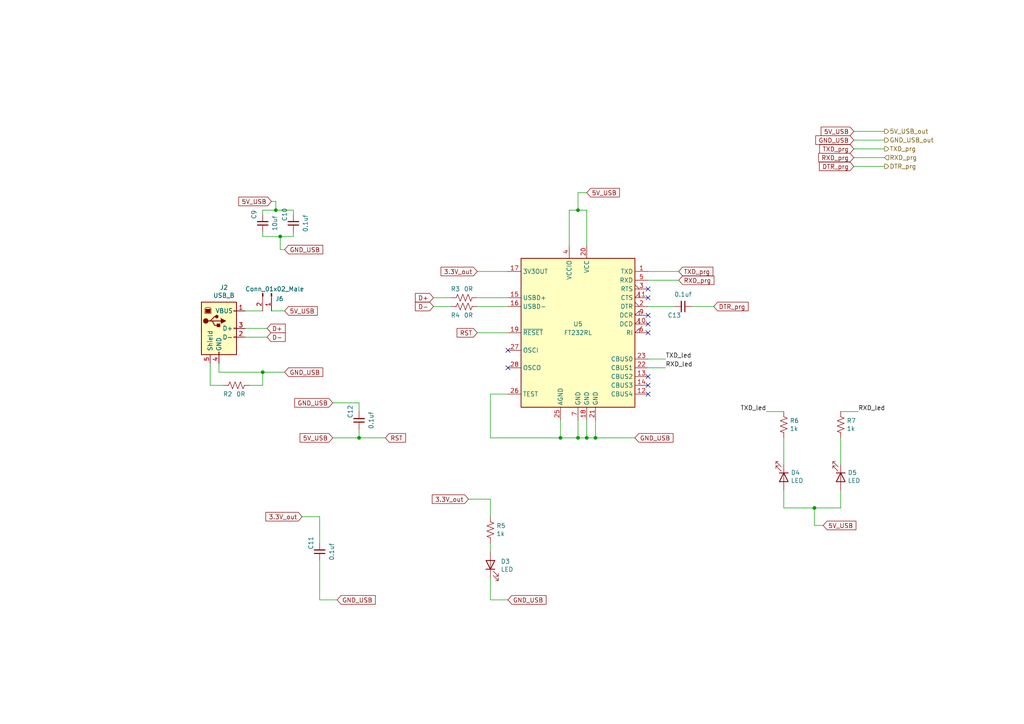
<source format=kicad_sch>
(kicad_sch (version 20211123) (generator eeschema)

  (uuid 083becc8-e25d-4206-9636-55457650bbe3)

  (paper "A4")

  (lib_symbols
    (symbol "Connector:Conn_01x02_Male" (pin_names (offset 1.016) hide) (in_bom yes) (on_board yes)
      (property "Reference" "J" (id 0) (at 0 2.54 0)
        (effects (font (size 1.27 1.27)))
      )
      (property "Value" "Conn_01x02_Male" (id 1) (at 0 -5.08 0)
        (effects (font (size 1.27 1.27)))
      )
      (property "Footprint" "" (id 2) (at 0 0 0)
        (effects (font (size 1.27 1.27)) hide)
      )
      (property "Datasheet" "~" (id 3) (at 0 0 0)
        (effects (font (size 1.27 1.27)) hide)
      )
      (property "ki_keywords" "connector" (id 4) (at 0 0 0)
        (effects (font (size 1.27 1.27)) hide)
      )
      (property "ki_description" "Generic connector, single row, 01x02, script generated (kicad-library-utils/schlib/autogen/connector/)" (id 5) (at 0 0 0)
        (effects (font (size 1.27 1.27)) hide)
      )
      (property "ki_fp_filters" "Connector*:*_1x??_*" (id 6) (at 0 0 0)
        (effects (font (size 1.27 1.27)) hide)
      )
      (symbol "Conn_01x02_Male_1_1"
        (polyline
          (pts
            (xy 1.27 -2.54)
            (xy 0.8636 -2.54)
          )
          (stroke (width 0.1524) (type default) (color 0 0 0 0))
          (fill (type none))
        )
        (polyline
          (pts
            (xy 1.27 0)
            (xy 0.8636 0)
          )
          (stroke (width 0.1524) (type default) (color 0 0 0 0))
          (fill (type none))
        )
        (rectangle (start 0.8636 -2.413) (end 0 -2.667)
          (stroke (width 0.1524) (type default) (color 0 0 0 0))
          (fill (type outline))
        )
        (rectangle (start 0.8636 0.127) (end 0 -0.127)
          (stroke (width 0.1524) (type default) (color 0 0 0 0))
          (fill (type outline))
        )
        (pin passive line (at 5.08 0 180) (length 3.81)
          (name "Pin_1" (effects (font (size 1.27 1.27))))
          (number "1" (effects (font (size 1.27 1.27))))
        )
        (pin passive line (at 5.08 -2.54 180) (length 3.81)
          (name "Pin_2" (effects (font (size 1.27 1.27))))
          (number "2" (effects (font (size 1.27 1.27))))
        )
      )
    )
    (symbol "Connector:USB_B" (pin_names (offset 1.016)) (in_bom yes) (on_board yes)
      (property "Reference" "J" (id 0) (at -5.08 11.43 0)
        (effects (font (size 1.27 1.27)) (justify left))
      )
      (property "Value" "USB_B" (id 1) (at -5.08 8.89 0)
        (effects (font (size 1.27 1.27)) (justify left))
      )
      (property "Footprint" "" (id 2) (at 3.81 -1.27 0)
        (effects (font (size 1.27 1.27)) hide)
      )
      (property "Datasheet" " ~" (id 3) (at 3.81 -1.27 0)
        (effects (font (size 1.27 1.27)) hide)
      )
      (property "ki_keywords" "connector USB" (id 4) (at 0 0 0)
        (effects (font (size 1.27 1.27)) hide)
      )
      (property "ki_description" "USB Type B connector" (id 5) (at 0 0 0)
        (effects (font (size 1.27 1.27)) hide)
      )
      (property "ki_fp_filters" "USB*" (id 6) (at 0 0 0)
        (effects (font (size 1.27 1.27)) hide)
      )
      (symbol "USB_B_0_1"
        (rectangle (start -5.08 -7.62) (end 5.08 7.62)
          (stroke (width 0.254) (type default) (color 0 0 0 0))
          (fill (type background))
        )
        (circle (center -3.81 2.159) (radius 0.635)
          (stroke (width 0.254) (type default) (color 0 0 0 0))
          (fill (type outline))
        )
        (rectangle (start -3.81 5.588) (end -2.54 4.572)
          (stroke (width 0) (type default) (color 0 0 0 0))
          (fill (type outline))
        )
        (circle (center -0.635 3.429) (radius 0.381)
          (stroke (width 0.254) (type default) (color 0 0 0 0))
          (fill (type outline))
        )
        (rectangle (start -0.127 -7.62) (end 0.127 -6.858)
          (stroke (width 0) (type default) (color 0 0 0 0))
          (fill (type none))
        )
        (polyline
          (pts
            (xy -1.905 2.159)
            (xy 0.635 2.159)
          )
          (stroke (width 0.254) (type default) (color 0 0 0 0))
          (fill (type none))
        )
        (polyline
          (pts
            (xy -3.175 2.159)
            (xy -2.54 2.159)
            (xy -1.27 3.429)
            (xy -0.635 3.429)
          )
          (stroke (width 0.254) (type default) (color 0 0 0 0))
          (fill (type none))
        )
        (polyline
          (pts
            (xy -2.54 2.159)
            (xy -1.905 2.159)
            (xy -1.27 0.889)
            (xy 0 0.889)
          )
          (stroke (width 0.254) (type default) (color 0 0 0 0))
          (fill (type none))
        )
        (polyline
          (pts
            (xy 0.635 2.794)
            (xy 0.635 1.524)
            (xy 1.905 2.159)
            (xy 0.635 2.794)
          )
          (stroke (width 0.254) (type default) (color 0 0 0 0))
          (fill (type outline))
        )
        (polyline
          (pts
            (xy -4.064 4.318)
            (xy -2.286 4.318)
            (xy -2.286 5.715)
            (xy -2.667 6.096)
            (xy -3.683 6.096)
            (xy -4.064 5.715)
            (xy -4.064 4.318)
          )
          (stroke (width 0) (type default) (color 0 0 0 0))
          (fill (type none))
        )
        (rectangle (start 0.254 1.27) (end -0.508 0.508)
          (stroke (width 0.254) (type default) (color 0 0 0 0))
          (fill (type outline))
        )
        (rectangle (start 5.08 -2.667) (end 4.318 -2.413)
          (stroke (width 0) (type default) (color 0 0 0 0))
          (fill (type none))
        )
        (rectangle (start 5.08 -0.127) (end 4.318 0.127)
          (stroke (width 0) (type default) (color 0 0 0 0))
          (fill (type none))
        )
        (rectangle (start 5.08 4.953) (end 4.318 5.207)
          (stroke (width 0) (type default) (color 0 0 0 0))
          (fill (type none))
        )
      )
      (symbol "USB_B_1_1"
        (pin power_out line (at 7.62 5.08 180) (length 2.54)
          (name "VBUS" (effects (font (size 1.27 1.27))))
          (number "1" (effects (font (size 1.27 1.27))))
        )
        (pin bidirectional line (at 7.62 -2.54 180) (length 2.54)
          (name "D-" (effects (font (size 1.27 1.27))))
          (number "2" (effects (font (size 1.27 1.27))))
        )
        (pin bidirectional line (at 7.62 0 180) (length 2.54)
          (name "D+" (effects (font (size 1.27 1.27))))
          (number "3" (effects (font (size 1.27 1.27))))
        )
        (pin power_out line (at 0 -10.16 90) (length 2.54)
          (name "GND" (effects (font (size 1.27 1.27))))
          (number "4" (effects (font (size 1.27 1.27))))
        )
        (pin passive line (at -2.54 -10.16 90) (length 2.54)
          (name "Shield" (effects (font (size 1.27 1.27))))
          (number "5" (effects (font (size 1.27 1.27))))
        )
      )
    )
    (symbol "Device:C_Small" (pin_numbers hide) (pin_names (offset 0.254) hide) (in_bom yes) (on_board yes)
      (property "Reference" "C" (id 0) (at 0.254 1.778 0)
        (effects (font (size 1.27 1.27)) (justify left))
      )
      (property "Value" "C_Small" (id 1) (at 0.254 -2.032 0)
        (effects (font (size 1.27 1.27)) (justify left))
      )
      (property "Footprint" "" (id 2) (at 0 0 0)
        (effects (font (size 1.27 1.27)) hide)
      )
      (property "Datasheet" "~" (id 3) (at 0 0 0)
        (effects (font (size 1.27 1.27)) hide)
      )
      (property "ki_keywords" "capacitor cap" (id 4) (at 0 0 0)
        (effects (font (size 1.27 1.27)) hide)
      )
      (property "ki_description" "Unpolarized capacitor, small symbol" (id 5) (at 0 0 0)
        (effects (font (size 1.27 1.27)) hide)
      )
      (property "ki_fp_filters" "C_*" (id 6) (at 0 0 0)
        (effects (font (size 1.27 1.27)) hide)
      )
      (symbol "C_Small_0_1"
        (polyline
          (pts
            (xy -1.524 -0.508)
            (xy 1.524 -0.508)
          )
          (stroke (width 0.3302) (type default) (color 0 0 0 0))
          (fill (type none))
        )
        (polyline
          (pts
            (xy -1.524 0.508)
            (xy 1.524 0.508)
          )
          (stroke (width 0.3048) (type default) (color 0 0 0 0))
          (fill (type none))
        )
      )
      (symbol "C_Small_1_1"
        (pin passive line (at 0 2.54 270) (length 2.032)
          (name "~" (effects (font (size 1.27 1.27))))
          (number "1" (effects (font (size 1.27 1.27))))
        )
        (pin passive line (at 0 -2.54 90) (length 2.032)
          (name "~" (effects (font (size 1.27 1.27))))
          (number "2" (effects (font (size 1.27 1.27))))
        )
      )
    )
    (symbol "Device:LED" (pin_numbers hide) (pin_names (offset 1.016) hide) (in_bom yes) (on_board yes)
      (property "Reference" "D" (id 0) (at 0 2.54 0)
        (effects (font (size 1.27 1.27)))
      )
      (property "Value" "LED" (id 1) (at 0 -2.54 0)
        (effects (font (size 1.27 1.27)))
      )
      (property "Footprint" "" (id 2) (at 0 0 0)
        (effects (font (size 1.27 1.27)) hide)
      )
      (property "Datasheet" "~" (id 3) (at 0 0 0)
        (effects (font (size 1.27 1.27)) hide)
      )
      (property "ki_keywords" "LED diode" (id 4) (at 0 0 0)
        (effects (font (size 1.27 1.27)) hide)
      )
      (property "ki_description" "Light emitting diode" (id 5) (at 0 0 0)
        (effects (font (size 1.27 1.27)) hide)
      )
      (property "ki_fp_filters" "LED* LED_SMD:* LED_THT:*" (id 6) (at 0 0 0)
        (effects (font (size 1.27 1.27)) hide)
      )
      (symbol "LED_0_1"
        (polyline
          (pts
            (xy -1.27 -1.27)
            (xy -1.27 1.27)
          )
          (stroke (width 0.254) (type default) (color 0 0 0 0))
          (fill (type none))
        )
        (polyline
          (pts
            (xy -1.27 0)
            (xy 1.27 0)
          )
          (stroke (width 0) (type default) (color 0 0 0 0))
          (fill (type none))
        )
        (polyline
          (pts
            (xy 1.27 -1.27)
            (xy 1.27 1.27)
            (xy -1.27 0)
            (xy 1.27 -1.27)
          )
          (stroke (width 0.254) (type default) (color 0 0 0 0))
          (fill (type none))
        )
        (polyline
          (pts
            (xy -3.048 -0.762)
            (xy -4.572 -2.286)
            (xy -3.81 -2.286)
            (xy -4.572 -2.286)
            (xy -4.572 -1.524)
          )
          (stroke (width 0) (type default) (color 0 0 0 0))
          (fill (type none))
        )
        (polyline
          (pts
            (xy -1.778 -0.762)
            (xy -3.302 -2.286)
            (xy -2.54 -2.286)
            (xy -3.302 -2.286)
            (xy -3.302 -1.524)
          )
          (stroke (width 0) (type default) (color 0 0 0 0))
          (fill (type none))
        )
      )
      (symbol "LED_1_1"
        (pin passive line (at -3.81 0 0) (length 2.54)
          (name "K" (effects (font (size 1.27 1.27))))
          (number "1" (effects (font (size 1.27 1.27))))
        )
        (pin passive line (at 3.81 0 180) (length 2.54)
          (name "A" (effects (font (size 1.27 1.27))))
          (number "2" (effects (font (size 1.27 1.27))))
        )
      )
    )
    (symbol "Device:R_US" (pin_numbers hide) (pin_names (offset 0)) (in_bom yes) (on_board yes)
      (property "Reference" "R" (id 0) (at 2.54 0 90)
        (effects (font (size 1.27 1.27)))
      )
      (property "Value" "R_US" (id 1) (at -2.54 0 90)
        (effects (font (size 1.27 1.27)))
      )
      (property "Footprint" "" (id 2) (at 1.016 -0.254 90)
        (effects (font (size 1.27 1.27)) hide)
      )
      (property "Datasheet" "~" (id 3) (at 0 0 0)
        (effects (font (size 1.27 1.27)) hide)
      )
      (property "ki_keywords" "R res resistor" (id 4) (at 0 0 0)
        (effects (font (size 1.27 1.27)) hide)
      )
      (property "ki_description" "Resistor, US symbol" (id 5) (at 0 0 0)
        (effects (font (size 1.27 1.27)) hide)
      )
      (property "ki_fp_filters" "R_*" (id 6) (at 0 0 0)
        (effects (font (size 1.27 1.27)) hide)
      )
      (symbol "R_US_0_1"
        (polyline
          (pts
            (xy 0 -2.286)
            (xy 0 -2.54)
          )
          (stroke (width 0) (type default) (color 0 0 0 0))
          (fill (type none))
        )
        (polyline
          (pts
            (xy 0 2.286)
            (xy 0 2.54)
          )
          (stroke (width 0) (type default) (color 0 0 0 0))
          (fill (type none))
        )
        (polyline
          (pts
            (xy 0 -0.762)
            (xy 1.016 -1.143)
            (xy 0 -1.524)
            (xy -1.016 -1.905)
            (xy 0 -2.286)
          )
          (stroke (width 0) (type default) (color 0 0 0 0))
          (fill (type none))
        )
        (polyline
          (pts
            (xy 0 0.762)
            (xy 1.016 0.381)
            (xy 0 0)
            (xy -1.016 -0.381)
            (xy 0 -0.762)
          )
          (stroke (width 0) (type default) (color 0 0 0 0))
          (fill (type none))
        )
        (polyline
          (pts
            (xy 0 2.286)
            (xy 1.016 1.905)
            (xy 0 1.524)
            (xy -1.016 1.143)
            (xy 0 0.762)
          )
          (stroke (width 0) (type default) (color 0 0 0 0))
          (fill (type none))
        )
      )
      (symbol "R_US_1_1"
        (pin passive line (at 0 3.81 270) (length 1.27)
          (name "~" (effects (font (size 1.27 1.27))))
          (number "1" (effects (font (size 1.27 1.27))))
        )
        (pin passive line (at 0 -3.81 90) (length 1.27)
          (name "~" (effects (font (size 1.27 1.27))))
          (number "2" (effects (font (size 1.27 1.27))))
        )
      )
    )
    (symbol "Interface_USB:FT232RL" (in_bom yes) (on_board yes)
      (property "Reference" "U" (id 0) (at -16.51 22.86 0)
        (effects (font (size 1.27 1.27)) (justify left))
      )
      (property "Value" "FT232RL" (id 1) (at 10.16 22.86 0)
        (effects (font (size 1.27 1.27)) (justify left))
      )
      (property "Footprint" "Package_SO:SSOP-28_5.3x10.2mm_P0.65mm" (id 2) (at 27.94 -22.86 0)
        (effects (font (size 1.27 1.27)) hide)
      )
      (property "Datasheet" "https://www.ftdichip.com/Support/Documents/DataSheets/ICs/DS_FT232R.pdf" (id 3) (at 0 0 0)
        (effects (font (size 1.27 1.27)) hide)
      )
      (property "ki_keywords" "FTDI USB Serial" (id 4) (at 0 0 0)
        (effects (font (size 1.27 1.27)) hide)
      )
      (property "ki_description" "USB to Serial Interface, SSOP-28" (id 5) (at 0 0 0)
        (effects (font (size 1.27 1.27)) hide)
      )
      (property "ki_fp_filters" "SSOP*5.3x10.2mm*P0.65mm*" (id 6) (at 0 0 0)
        (effects (font (size 1.27 1.27)) hide)
      )
      (symbol "FT232RL_0_1"
        (rectangle (start -16.51 21.59) (end 16.51 -21.59)
          (stroke (width 0.254) (type default) (color 0 0 0 0))
          (fill (type background))
        )
      )
      (symbol "FT232RL_1_1"
        (pin output line (at 20.32 17.78 180) (length 3.81)
          (name "TXD" (effects (font (size 1.27 1.27))))
          (number "1" (effects (font (size 1.27 1.27))))
        )
        (pin input input_low (at 20.32 2.54 180) (length 3.81)
          (name "DCD" (effects (font (size 1.27 1.27))))
          (number "10" (effects (font (size 1.27 1.27))))
        )
        (pin input input_low (at 20.32 10.16 180) (length 3.81)
          (name "CTS" (effects (font (size 1.27 1.27))))
          (number "11" (effects (font (size 1.27 1.27))))
        )
        (pin bidirectional line (at 20.32 -17.78 180) (length 3.81)
          (name "CBUS4" (effects (font (size 1.27 1.27))))
          (number "12" (effects (font (size 1.27 1.27))))
        )
        (pin bidirectional line (at 20.32 -12.7 180) (length 3.81)
          (name "CBUS2" (effects (font (size 1.27 1.27))))
          (number "13" (effects (font (size 1.27 1.27))))
        )
        (pin bidirectional line (at 20.32 -15.24 180) (length 3.81)
          (name "CBUS3" (effects (font (size 1.27 1.27))))
          (number "14" (effects (font (size 1.27 1.27))))
        )
        (pin bidirectional line (at -20.32 10.16 0) (length 3.81)
          (name "USBD+" (effects (font (size 1.27 1.27))))
          (number "15" (effects (font (size 1.27 1.27))))
        )
        (pin bidirectional line (at -20.32 7.62 0) (length 3.81)
          (name "USBD-" (effects (font (size 1.27 1.27))))
          (number "16" (effects (font (size 1.27 1.27))))
        )
        (pin power_out line (at -20.32 17.78 0) (length 3.81)
          (name "3V3OUT" (effects (font (size 1.27 1.27))))
          (number "17" (effects (font (size 1.27 1.27))))
        )
        (pin power_in line (at 2.54 -25.4 90) (length 3.81)
          (name "GND" (effects (font (size 1.27 1.27))))
          (number "18" (effects (font (size 1.27 1.27))))
        )
        (pin input line (at -20.32 0 0) (length 3.81)
          (name "~{RESET}" (effects (font (size 1.27 1.27))))
          (number "19" (effects (font (size 1.27 1.27))))
        )
        (pin output output_low (at 20.32 7.62 180) (length 3.81)
          (name "DTR" (effects (font (size 1.27 1.27))))
          (number "2" (effects (font (size 1.27 1.27))))
        )
        (pin power_in line (at 2.54 25.4 270) (length 3.81)
          (name "VCC" (effects (font (size 1.27 1.27))))
          (number "20" (effects (font (size 1.27 1.27))))
        )
        (pin power_in line (at 5.08 -25.4 90) (length 3.81)
          (name "GND" (effects (font (size 1.27 1.27))))
          (number "21" (effects (font (size 1.27 1.27))))
        )
        (pin bidirectional line (at 20.32 -10.16 180) (length 3.81)
          (name "CBUS1" (effects (font (size 1.27 1.27))))
          (number "22" (effects (font (size 1.27 1.27))))
        )
        (pin bidirectional line (at 20.32 -7.62 180) (length 3.81)
          (name "CBUS0" (effects (font (size 1.27 1.27))))
          (number "23" (effects (font (size 1.27 1.27))))
        )
        (pin power_in line (at -5.08 -25.4 90) (length 3.81)
          (name "AGND" (effects (font (size 1.27 1.27))))
          (number "25" (effects (font (size 1.27 1.27))))
        )
        (pin input line (at -20.32 -17.78 0) (length 3.81)
          (name "TEST" (effects (font (size 1.27 1.27))))
          (number "26" (effects (font (size 1.27 1.27))))
        )
        (pin input line (at -20.32 -5.08 0) (length 3.81)
          (name "OSCI" (effects (font (size 1.27 1.27))))
          (number "27" (effects (font (size 1.27 1.27))))
        )
        (pin output line (at -20.32 -10.16 0) (length 3.81)
          (name "OSCO" (effects (font (size 1.27 1.27))))
          (number "28" (effects (font (size 1.27 1.27))))
        )
        (pin output output_low (at 20.32 12.7 180) (length 3.81)
          (name "RTS" (effects (font (size 1.27 1.27))))
          (number "3" (effects (font (size 1.27 1.27))))
        )
        (pin power_in line (at -2.54 25.4 270) (length 3.81)
          (name "VCCIO" (effects (font (size 1.27 1.27))))
          (number "4" (effects (font (size 1.27 1.27))))
        )
        (pin input line (at 20.32 15.24 180) (length 3.81)
          (name "RXD" (effects (font (size 1.27 1.27))))
          (number "5" (effects (font (size 1.27 1.27))))
        )
        (pin input input_low (at 20.32 0 180) (length 3.81)
          (name "RI" (effects (font (size 1.27 1.27))))
          (number "6" (effects (font (size 1.27 1.27))))
        )
        (pin power_in line (at 0 -25.4 90) (length 3.81)
          (name "GND" (effects (font (size 1.27 1.27))))
          (number "7" (effects (font (size 1.27 1.27))))
        )
        (pin input input_low (at 20.32 5.08 180) (length 3.81)
          (name "DCR" (effects (font (size 1.27 1.27))))
          (number "9" (effects (font (size 1.27 1.27))))
        )
      )
    )
  )

  (junction (at 80.01 60.96) (diameter 0) (color 0 0 0 0)
    (uuid 199124ca-dd64-45cf-a063-97cc545cbea7)
  )
  (junction (at 167.64 60.96) (diameter 0) (color 0 0 0 0)
    (uuid 272c2a78-b5f5-4b61-aed3-ec69e0e92729)
  )
  (junction (at 236.22 147.32) (diameter 0) (color 0 0 0 0)
    (uuid 275b6416-db29-42cc-9307-bf426917c3b4)
  )
  (junction (at 104.14 127) (diameter 0) (color 0 0 0 0)
    (uuid 278a91dc-d57d-4a5c-a045-34b6bd84131f)
  )
  (junction (at 167.64 127) (diameter 0) (color 0 0 0 0)
    (uuid 3d552623-2969-4b15-8623-368144f225e9)
  )
  (junction (at 81.28 68.58) (diameter 0) (color 0 0 0 0)
    (uuid 80095e91-6317-4cfb-9aea-884c9a1accc5)
  )
  (junction (at 170.18 127) (diameter 0) (color 0 0 0 0)
    (uuid 8aeae536-fd36-430e-be47-1a856eced2fc)
  )
  (junction (at 76.2 107.95) (diameter 0) (color 0 0 0 0)
    (uuid 8f12311d-6f4c-4d28-a5bc-d6cb462bade7)
  )
  (junction (at 162.56 127) (diameter 0) (color 0 0 0 0)
    (uuid db1ed10a-ef86-43bf-93dc-9be76327f6d2)
  )
  (junction (at 172.72 127) (diameter 0) (color 0 0 0 0)
    (uuid fa20e708-ec85-4e0b-8402-f74a2724f920)
  )

  (no_connect (at 187.96 83.82) (uuid 02f8904b-a7b2-49dd-b392-764e7e29fb51))
  (no_connect (at 187.96 111.76) (uuid 2518d4ea-25cc-4e57-a0d6-8482034e7318))
  (no_connect (at 187.96 96.52) (uuid 4fd9bc4f-0ae3-42d4-a1b4-9fb1b2a0a7fd))
  (no_connect (at 187.96 93.98) (uuid 71af7b65-0e6b-402e-b1a4-b66be507b4dc))
  (no_connect (at 187.96 91.44) (uuid 799e761c-1426-40e9-a069-1f4cb353bfaa))
  (no_connect (at 187.96 86.36) (uuid 86e98417-f5e4-48ba-8147-ef66cc03dde6))
  (no_connect (at 147.32 106.68) (uuid 99e6b8eb-b08e-4d42-84dd-8b7f6765b7b7))
  (no_connect (at 187.96 109.22) (uuid db851147-6a1e-4d19-898c-0ba71182359b))
  (no_connect (at 147.32 101.6) (uuid de370984-7922-4327-a0ba-7cd613995df4))
  (no_connect (at 187.96 114.3) (uuid e69c64f9-717d-4a97-b3df-80325ec2fa63))

  (wire (pts (xy 165.1 71.12) (xy 165.1 60.96))
    (stroke (width 0) (type default) (color 0 0 0 0))
    (uuid 015f5586-ba76-4a98-9114-f5cd2c67134d)
  )
  (wire (pts (xy 78.74 58.42) (xy 80.01 58.42))
    (stroke (width 0) (type default) (color 0 0 0 0))
    (uuid 099473f1-6598-46ff-a50f-4c520832170d)
  )
  (wire (pts (xy 81.28 68.58) (xy 85.09 68.58))
    (stroke (width 0) (type default) (color 0 0 0 0))
    (uuid 15699041-ed40-45ee-87d8-f5e206a88536)
  )
  (wire (pts (xy 85.09 68.58) (xy 85.09 67.31))
    (stroke (width 0) (type default) (color 0 0 0 0))
    (uuid 1876c30c-72b2-4a8d-9f32-bf8b213530b4)
  )
  (wire (pts (xy 162.56 121.92) (xy 162.56 127))
    (stroke (width 0) (type default) (color 0 0 0 0))
    (uuid 18f1018d-5857-4c32-a072-f3de80352f74)
  )
  (wire (pts (xy 81.28 72.39) (xy 81.28 68.58))
    (stroke (width 0) (type default) (color 0 0 0 0))
    (uuid 1bd80cf9-f42a-4aee-a408-9dbf4e81e625)
  )
  (wire (pts (xy 135.89 144.78) (xy 142.24 144.78))
    (stroke (width 0) (type default) (color 0 0 0 0))
    (uuid 1bf7d0f9-0dcf-4d7c-b58c-318e3dc42bc9)
  )
  (wire (pts (xy 60.96 105.41) (xy 60.96 111.76))
    (stroke (width 0) (type default) (color 0 0 0 0))
    (uuid 1c9f6fea-1796-4a2d-80b3-ae22ce51c8f5)
  )
  (wire (pts (xy 170.18 55.88) (xy 167.64 55.88))
    (stroke (width 0) (type default) (color 0 0 0 0))
    (uuid 2102c637-9f11-48f1-aae6-b4139dc22be2)
  )
  (wire (pts (xy 172.72 127) (xy 184.15 127))
    (stroke (width 0) (type default) (color 0 0 0 0))
    (uuid 21492bcd-343a-4b2b-b55a-b4586c11bdeb)
  )
  (wire (pts (xy 78.74 90.17) (xy 82.55 90.17))
    (stroke (width 0) (type default) (color 0 0 0 0))
    (uuid 282c8e53-3acc-42f0-a92a-6aa976b97a93)
  )
  (wire (pts (xy 243.84 127) (xy 243.84 134.62))
    (stroke (width 0) (type default) (color 0 0 0 0))
    (uuid 355ced6c-c08a-4586-9a09-7a9c624536f6)
  )
  (wire (pts (xy 200.66 88.9) (xy 207.01 88.9))
    (stroke (width 0) (type default) (color 0 0 0 0))
    (uuid 3993c707-5291-41b6-83c0-d1c09cb3833a)
  )
  (wire (pts (xy 236.22 147.32) (xy 243.84 147.32))
    (stroke (width 0) (type default) (color 0 0 0 0))
    (uuid 3c22d605-7855-4cc6-8ad2-906cadbd02dc)
  )
  (wire (pts (xy 167.64 55.88) (xy 167.64 60.96))
    (stroke (width 0) (type default) (color 0 0 0 0))
    (uuid 3f2a6679-91d7-4b6c-bf5c-c4d5abb2bc44)
  )
  (wire (pts (xy 243.84 147.32) (xy 243.84 142.24))
    (stroke (width 0) (type default) (color 0 0 0 0))
    (uuid 465137b4-f6f7-4d51-9b40-b161947d5cc1)
  )
  (wire (pts (xy 76.2 60.96) (xy 80.01 60.96))
    (stroke (width 0) (type default) (color 0 0 0 0))
    (uuid 4bbde53d-6894-4e18-9480-84a6a26d5f6b)
  )
  (wire (pts (xy 256.54 40.64) (xy 247.65 40.64))
    (stroke (width 0) (type default) (color 0 0 0 0))
    (uuid 51cc007a-3378-4ce3-909c-71e94822f8d1)
  )
  (wire (pts (xy 165.1 60.96) (xy 167.64 60.96))
    (stroke (width 0) (type default) (color 0 0 0 0))
    (uuid 541721d1-074b-496e-a833-813044b3e8ca)
  )
  (wire (pts (xy 82.55 72.39) (xy 81.28 72.39))
    (stroke (width 0) (type default) (color 0 0 0 0))
    (uuid 57f248a7-365e-4c42-b80d-5a7d1f9dfaf3)
  )
  (wire (pts (xy 142.24 167.64) (xy 142.24 173.99))
    (stroke (width 0) (type default) (color 0 0 0 0))
    (uuid 58390862-1833-41dd-9c4e-98073ea0da33)
  )
  (wire (pts (xy 87.63 149.86) (xy 92.71 149.86))
    (stroke (width 0) (type default) (color 0 0 0 0))
    (uuid 5bab6a37-1fdf-4cf8-b571-44c962ed86e9)
  )
  (wire (pts (xy 142.24 157.48) (xy 142.24 160.02))
    (stroke (width 0) (type default) (color 0 0 0 0))
    (uuid 5e755161-24a5-4650-a6e3-9836bf074412)
  )
  (wire (pts (xy 72.39 111.76) (xy 76.2 111.76))
    (stroke (width 0) (type default) (color 0 0 0 0))
    (uuid 5f6afe3e-3cb2-473a-819c-dc94ae52a6be)
  )
  (wire (pts (xy 104.14 116.84) (xy 104.14 119.38))
    (stroke (width 0) (type default) (color 0 0 0 0))
    (uuid 631c7be5-8dc2-4df4-ab73-737bb928e763)
  )
  (wire (pts (xy 96.52 116.84) (xy 104.14 116.84))
    (stroke (width 0) (type default) (color 0 0 0 0))
    (uuid 6d2a06fb-0b1e-452a-ab38-11a5f45e1b32)
  )
  (wire (pts (xy 92.71 149.86) (xy 92.71 157.48))
    (stroke (width 0) (type default) (color 0 0 0 0))
    (uuid 706c1cb9-5d96-4282-9efc-6147f0125147)
  )
  (wire (pts (xy 187.96 88.9) (xy 195.58 88.9))
    (stroke (width 0) (type default) (color 0 0 0 0))
    (uuid 78b44915-d68e-4488-a873-34767153ef98)
  )
  (wire (pts (xy 196.85 78.74) (xy 187.96 78.74))
    (stroke (width 0) (type default) (color 0 0 0 0))
    (uuid 7bea05d4-1dec-4cd6-aa53-302dde803254)
  )
  (wire (pts (xy 60.96 111.76) (xy 64.77 111.76))
    (stroke (width 0) (type default) (color 0 0 0 0))
    (uuid 86ad0555-08b3-4dde-9a3e-c1e5e29b6615)
  )
  (wire (pts (xy 193.04 106.68) (xy 187.96 106.68))
    (stroke (width 0) (type default) (color 0 0 0 0))
    (uuid 89a3dae6-dcb5-435b-a383-656b6a19a316)
  )
  (wire (pts (xy 142.24 114.3) (xy 142.24 127))
    (stroke (width 0) (type default) (color 0 0 0 0))
    (uuid 8bd46048-cab7-4adf-af9a-bc2710c1894c)
  )
  (wire (pts (xy 76.2 68.58) (xy 81.28 68.58))
    (stroke (width 0) (type default) (color 0 0 0 0))
    (uuid 9112ddd5-10d5-48b8-954f-f1d5adcacbd9)
  )
  (wire (pts (xy 236.22 152.4) (xy 238.76 152.4))
    (stroke (width 0) (type default) (color 0 0 0 0))
    (uuid 91fc5800-6029-46b1-848d-ca0091f97267)
  )
  (wire (pts (xy 142.24 173.99) (xy 147.32 173.99))
    (stroke (width 0) (type default) (color 0 0 0 0))
    (uuid 9208ea78-8dde-4b3d-91e9-5755ab5efd9a)
  )
  (wire (pts (xy 162.56 127) (xy 167.64 127))
    (stroke (width 0) (type default) (color 0 0 0 0))
    (uuid 92848721-49b5-4e4c-b042-6fd51e1d562f)
  )
  (wire (pts (xy 247.65 38.1) (xy 256.54 38.1))
    (stroke (width 0) (type default) (color 0 0 0 0))
    (uuid 966ee9ec-860e-45bb-af89-30bda72b2032)
  )
  (wire (pts (xy 111.76 127) (xy 104.14 127))
    (stroke (width 0) (type default) (color 0 0 0 0))
    (uuid 98966de3-2364-43d8-a2e0-b03bb9487b03)
  )
  (wire (pts (xy 76.2 111.76) (xy 76.2 107.95))
    (stroke (width 0) (type default) (color 0 0 0 0))
    (uuid 98970bf0-1168-4b4e-a1c9-3b0c8d7eaacf)
  )
  (wire (pts (xy 142.24 127) (xy 162.56 127))
    (stroke (width 0) (type default) (color 0 0 0 0))
    (uuid 992a2b00-5e28-4edd-88b5-994891512d8d)
  )
  (wire (pts (xy 187.96 81.28) (xy 196.85 81.28))
    (stroke (width 0) (type default) (color 0 0 0 0))
    (uuid 9a8ad8bb-d9a9-4b2b-bc88-ea6fd2676d45)
  )
  (wire (pts (xy 92.71 173.99) (xy 97.79 173.99))
    (stroke (width 0) (type default) (color 0 0 0 0))
    (uuid 9ed09117-33cf-45a3-85a7-2606522feaf8)
  )
  (wire (pts (xy 167.64 60.96) (xy 170.18 60.96))
    (stroke (width 0) (type default) (color 0 0 0 0))
    (uuid a3fab380-991d-404b-95d5-1c209b047b6e)
  )
  (wire (pts (xy 256.54 43.18) (xy 247.65 43.18))
    (stroke (width 0) (type default) (color 0 0 0 0))
    (uuid aa23bfe3-454b-4a2b-bfe1-101c747eb84e)
  )
  (wire (pts (xy 125.73 88.9) (xy 130.81 88.9))
    (stroke (width 0) (type default) (color 0 0 0 0))
    (uuid b0b4c3cb-e7ea-49c0-8162-be3bbab3e4ec)
  )
  (wire (pts (xy 138.43 88.9) (xy 147.32 88.9))
    (stroke (width 0) (type default) (color 0 0 0 0))
    (uuid b794d099-f823-4d35-9755-ca1c45247ee9)
  )
  (wire (pts (xy 138.43 78.74) (xy 147.32 78.74))
    (stroke (width 0) (type default) (color 0 0 0 0))
    (uuid b7aa0362-7c9e-4a42-b191-ab15a38bf3c5)
  )
  (wire (pts (xy 236.22 147.32) (xy 236.22 152.4))
    (stroke (width 0) (type default) (color 0 0 0 0))
    (uuid bb8162f0-99c8-4884-be5b-c0d0c7e81ff6)
  )
  (wire (pts (xy 170.18 121.92) (xy 170.18 127))
    (stroke (width 0) (type default) (color 0 0 0 0))
    (uuid bc3b3f93-69e0-44a5-b919-319b81d13095)
  )
  (wire (pts (xy 222.25 119.38) (xy 227.33 119.38))
    (stroke (width 0) (type default) (color 0 0 0 0))
    (uuid bd085057-7c0e-463a-982b-968a2dc1f0f8)
  )
  (wire (pts (xy 63.5 105.41) (xy 63.5 107.95))
    (stroke (width 0) (type default) (color 0 0 0 0))
    (uuid be6b17f9-34f5-44e9-a4c7-725d2e274a9d)
  )
  (wire (pts (xy 167.64 121.92) (xy 167.64 127))
    (stroke (width 0) (type default) (color 0 0 0 0))
    (uuid c07eebcc-30d2-439d-8030-faea6ade4486)
  )
  (wire (pts (xy 227.33 142.24) (xy 227.33 147.32))
    (stroke (width 0) (type default) (color 0 0 0 0))
    (uuid c2dd13db-24b6-40f1-b75b-b9ab893d92ea)
  )
  (wire (pts (xy 80.01 60.96) (xy 85.09 60.96))
    (stroke (width 0) (type default) (color 0 0 0 0))
    (uuid c346b00c-b5e0-4939-beb4-7f48172ef334)
  )
  (wire (pts (xy 76.2 67.31) (xy 76.2 68.58))
    (stroke (width 0) (type default) (color 0 0 0 0))
    (uuid c3d5daf8-d359-42b2-a7c2-0d080ba7e212)
  )
  (wire (pts (xy 243.84 119.38) (xy 248.92 119.38))
    (stroke (width 0) (type default) (color 0 0 0 0))
    (uuid c66a19ed-90c0-4502-ae75-6a4c4ab9f297)
  )
  (wire (pts (xy 256.54 48.26) (xy 247.65 48.26))
    (stroke (width 0) (type default) (color 0 0 0 0))
    (uuid c7cd39db-931a-4d86-96b8-57e6b39f58f9)
  )
  (wire (pts (xy 80.01 58.42) (xy 80.01 60.96))
    (stroke (width 0) (type default) (color 0 0 0 0))
    (uuid ca9b74ce-0dee-401c-9544-f599f4cf538d)
  )
  (wire (pts (xy 138.43 96.52) (xy 147.32 96.52))
    (stroke (width 0) (type default) (color 0 0 0 0))
    (uuid cd1cff81-9d8a-4511-96d6-4ddb79484001)
  )
  (wire (pts (xy 77.47 97.79) (xy 71.12 97.79))
    (stroke (width 0) (type default) (color 0 0 0 0))
    (uuid cf21dfe3-ab4f-4ad9-b7cf-dc892d833b13)
  )
  (wire (pts (xy 170.18 60.96) (xy 170.18 71.12))
    (stroke (width 0) (type default) (color 0 0 0 0))
    (uuid d05faa1f-5f69-41bf-86d3-2cd224432e1b)
  )
  (wire (pts (xy 193.04 104.14) (xy 187.96 104.14))
    (stroke (width 0) (type default) (color 0 0 0 0))
    (uuid d13b0eae-4711-4325-a6bb-aa8e3646e86e)
  )
  (wire (pts (xy 85.09 60.96) (xy 85.09 62.23))
    (stroke (width 0) (type default) (color 0 0 0 0))
    (uuid d3dd7cdb-b730-487d-804d-99150ba318ef)
  )
  (wire (pts (xy 71.12 90.17) (xy 76.2 90.17))
    (stroke (width 0) (type default) (color 0 0 0 0))
    (uuid d72c89a6-7578-4468-964e-2a845431195f)
  )
  (wire (pts (xy 227.33 147.32) (xy 236.22 147.32))
    (stroke (width 0) (type default) (color 0 0 0 0))
    (uuid d8200a86-aa75-47a3-ad2a-7f4c9c999a6f)
  )
  (wire (pts (xy 104.14 127) (xy 104.14 124.46))
    (stroke (width 0) (type default) (color 0 0 0 0))
    (uuid da546d77-4b03-4562-8fc6-837fd68e7691)
  )
  (wire (pts (xy 76.2 107.95) (xy 82.55 107.95))
    (stroke (width 0) (type default) (color 0 0 0 0))
    (uuid db742b9e-1fed-4e0c-b783-f911ab5116aa)
  )
  (wire (pts (xy 256.54 45.72) (xy 247.65 45.72))
    (stroke (width 0) (type default) (color 0 0 0 0))
    (uuid dd70858b-2f9a-4b3f-9af5-ead3a9ba57e9)
  )
  (wire (pts (xy 125.73 86.36) (xy 130.81 86.36))
    (stroke (width 0) (type default) (color 0 0 0 0))
    (uuid df3dc9a2-ba40-4c3a-87fe-61cc8e23d71b)
  )
  (wire (pts (xy 96.52 127) (xy 104.14 127))
    (stroke (width 0) (type default) (color 0 0 0 0))
    (uuid e2fac877-439c-4da0-af2e-5fdc70f85d42)
  )
  (wire (pts (xy 167.64 127) (xy 170.18 127))
    (stroke (width 0) (type default) (color 0 0 0 0))
    (uuid e65bab67-68b7-4b22-a939-6f2c05164d2a)
  )
  (wire (pts (xy 147.32 114.3) (xy 142.24 114.3))
    (stroke (width 0) (type default) (color 0 0 0 0))
    (uuid e70d061b-28f0-4421-ad15-0598604086e8)
  )
  (wire (pts (xy 142.24 144.78) (xy 142.24 149.86))
    (stroke (width 0) (type default) (color 0 0 0 0))
    (uuid e86e4fae-9ca7-4857-a93c-bc6a3048f887)
  )
  (wire (pts (xy 138.43 86.36) (xy 147.32 86.36))
    (stroke (width 0) (type default) (color 0 0 0 0))
    (uuid e87a6f80-914f-4f62-9c9f-9ba62a88ee3d)
  )
  (wire (pts (xy 92.71 162.56) (xy 92.71 173.99))
    (stroke (width 0) (type default) (color 0 0 0 0))
    (uuid eb391a95-1c1d-4613-b508-c76b8bc13a73)
  )
  (wire (pts (xy 170.18 127) (xy 172.72 127))
    (stroke (width 0) (type default) (color 0 0 0 0))
    (uuid eb473bfd-fc2d-4cf0-8714-6b7dd95b0a03)
  )
  (wire (pts (xy 76.2 62.23) (xy 76.2 60.96))
    (stroke (width 0) (type default) (color 0 0 0 0))
    (uuid f23ac723-a36d-491d-9473-7ec0ffed332d)
  )
  (wire (pts (xy 227.33 127) (xy 227.33 134.62))
    (stroke (width 0) (type default) (color 0 0 0 0))
    (uuid f33ec0db-ef0f-4576-8054-2833161a8f30)
  )
  (wire (pts (xy 63.5 107.95) (xy 76.2 107.95))
    (stroke (width 0) (type default) (color 0 0 0 0))
    (uuid f56d244f-1fa4-4475-ac1d-f41eed31a48b)
  )
  (wire (pts (xy 77.47 95.25) (xy 71.12 95.25))
    (stroke (width 0) (type default) (color 0 0 0 0))
    (uuid fad4c712-0a2e-465d-a9f8-83d26bd66e37)
  )
  (wire (pts (xy 172.72 121.92) (xy 172.72 127))
    (stroke (width 0) (type default) (color 0 0 0 0))
    (uuid fb35e3b1-aff6-41a7-9cf0-52694b95edeb)
  )

  (label "TXD_led" (at 193.04 104.14 0)
    (effects (font (size 1.27 1.27)) (justify left bottom))
    (uuid 17ff35b3-d658-499b-9a46-ea36063fed4e)
  )
  (label "TXD_led" (at 222.25 119.38 180)
    (effects (font (size 1.27 1.27)) (justify right bottom))
    (uuid 94a10cae-6ef2-4b64-9d98-fb22aa3306cc)
  )
  (label "RXD_led" (at 193.04 106.68 0)
    (effects (font (size 1.27 1.27)) (justify left bottom))
    (uuid a917c6d9-225d-4c90-bf25-fe8eff8abd3f)
  )
  (label "RXD_led" (at 248.92 119.38 0)
    (effects (font (size 1.27 1.27)) (justify left bottom))
    (uuid c401e9c6-1deb-4979-99be-7c801c952098)
  )

  (global_label "DTR_prg" (shape input) (at 247.65 48.26 180) (fields_autoplaced)
    (effects (font (size 1.27 1.27)) (justify right))
    (uuid 000b46d6-b833-4804-8f56-56d539f76d09)
    (property "Intersheet References" "${INTERSHEET_REFS}" (id 0) (at 0 0 0)
      (effects (font (size 1.27 1.27)) hide)
    )
  )
  (global_label "GND_USB" (shape input) (at 82.55 107.95 0) (fields_autoplaced)
    (effects (font (size 1.27 1.27)) (justify left))
    (uuid 0d993e48-cea3-4104-9c5a-d8f97b64a3ac)
    (property "Intersheet References" "${INTERSHEET_REFS}" (id 0) (at 0 0 0)
      (effects (font (size 1.27 1.27)) hide)
    )
  )
  (global_label "GND_USB" (shape input) (at 96.52 116.84 180) (fields_autoplaced)
    (effects (font (size 1.27 1.27)) (justify right))
    (uuid 13ac70df-e9b9-44e5-96e6-20f0b0dc6a3a)
    (property "Intersheet References" "${INTERSHEET_REFS}" (id 0) (at 0 0 0)
      (effects (font (size 1.27 1.27)) hide)
    )
  )
  (global_label "RXD_prg" (shape input) (at 247.65 45.72 180) (fields_autoplaced)
    (effects (font (size 1.27 1.27)) (justify right))
    (uuid 1de61170-5337-44c5-ba28-bd477db4bff1)
    (property "Intersheet References" "${INTERSHEET_REFS}" (id 0) (at 0 0 0)
      (effects (font (size 1.27 1.27)) hide)
    )
  )
  (global_label "5V_USB" (shape input) (at 170.18 55.88 0) (fields_autoplaced)
    (effects (font (size 1.27 1.27)) (justify left))
    (uuid 2f424da3-8fae-4941-bc6d-20044787372f)
    (property "Intersheet References" "${INTERSHEET_REFS}" (id 0) (at 0 0 0)
      (effects (font (size 1.27 1.27)) hide)
    )
  )
  (global_label "D+" (shape input) (at 77.47 95.25 0) (fields_autoplaced)
    (effects (font (size 1.27 1.27)) (justify left))
    (uuid 35c09d1f-2914-4d1e-a002-df30af772f3b)
    (property "Intersheet References" "${INTERSHEET_REFS}" (id 0) (at 0 0 0)
      (effects (font (size 1.27 1.27)) hide)
    )
  )
  (global_label "3.3V_out" (shape input) (at 135.89 144.78 180) (fields_autoplaced)
    (effects (font (size 1.27 1.27)) (justify right))
    (uuid 3bbbbb7d-391c-4fee-ac81-3c47878edc38)
    (property "Intersheet References" "${INTERSHEET_REFS}" (id 0) (at 0 0 0)
      (effects (font (size 1.27 1.27)) hide)
    )
  )
  (global_label "3.3V_out" (shape input) (at 138.43 78.74 180) (fields_autoplaced)
    (effects (font (size 1.27 1.27)) (justify right))
    (uuid 3bca658b-a598-4669-a7cb-3f9b5f47bb5a)
    (property "Intersheet References" "${INTERSHEET_REFS}" (id 0) (at 0 0 0)
      (effects (font (size 1.27 1.27)) hide)
    )
  )
  (global_label "D-" (shape input) (at 77.47 97.79 0) (fields_autoplaced)
    (effects (font (size 1.27 1.27)) (justify left))
    (uuid 422b10b9-e829-44a2-8808-05edd8cb3050)
    (property "Intersheet References" "${INTERSHEET_REFS}" (id 0) (at 0 0 0)
      (effects (font (size 1.27 1.27)) hide)
    )
  )
  (global_label "RST" (shape input) (at 111.76 127 0) (fields_autoplaced)
    (effects (font (size 1.27 1.27)) (justify left))
    (uuid 4641c87c-bffa-41fe-ae77-be3a97a6f797)
    (property "Intersheet References" "${INTERSHEET_REFS}" (id 0) (at 0 0 0)
      (effects (font (size 1.27 1.27)) hide)
    )
  )
  (global_label "TXD_prg" (shape input) (at 247.65 43.18 180) (fields_autoplaced)
    (effects (font (size 1.27 1.27)) (justify right))
    (uuid 5576cd03-3bad-40c5-9316-1d286895d52a)
    (property "Intersheet References" "${INTERSHEET_REFS}" (id 0) (at 0 0 0)
      (effects (font (size 1.27 1.27)) hide)
    )
  )
  (global_label "GND_USB" (shape input) (at 147.32 173.99 0) (fields_autoplaced)
    (effects (font (size 1.27 1.27)) (justify left))
    (uuid 6150c02b-beb5-4af1-951e-3666a285a6ea)
    (property "Intersheet References" "${INTERSHEET_REFS}" (id 0) (at 0 0 0)
      (effects (font (size 1.27 1.27)) hide)
    )
  )
  (global_label "GND_USB" (shape input) (at 247.65 40.64 180) (fields_autoplaced)
    (effects (font (size 1.27 1.27)) (justify right))
    (uuid 83184391-76ed-44f0-8cd0-01f89f157bdb)
    (property "Intersheet References" "${INTERSHEET_REFS}" (id 0) (at 0 0 0)
      (effects (font (size 1.27 1.27)) hide)
    )
  )
  (global_label "DTR_prg" (shape input) (at 207.01 88.9 0) (fields_autoplaced)
    (effects (font (size 1.27 1.27)) (justify left))
    (uuid 851f3d61-ba3b-4e6e-abd4-cafa4d9b64cb)
    (property "Intersheet References" "${INTERSHEET_REFS}" (id 0) (at 0 0 0)
      (effects (font (size 1.27 1.27)) hide)
    )
  )
  (global_label "RST" (shape input) (at 138.43 96.52 180) (fields_autoplaced)
    (effects (font (size 1.27 1.27)) (justify right))
    (uuid 8eb98c56-17e4-4de6-a3e3-06dcfa392040)
    (property "Intersheet References" "${INTERSHEET_REFS}" (id 0) (at 0 0 0)
      (effects (font (size 1.27 1.27)) hide)
    )
  )
  (global_label "5V_USB" (shape input) (at 78.74 58.42 180) (fields_autoplaced)
    (effects (font (size 1.27 1.27)) (justify right))
    (uuid 929a9b03-e99e-4b88-8e16-759f8c6b59a5)
    (property "Intersheet References" "${INTERSHEET_REFS}" (id 0) (at 0 0 0)
      (effects (font (size 1.27 1.27)) hide)
    )
  )
  (global_label "5V_USB" (shape input) (at 247.65 38.1 180) (fields_autoplaced)
    (effects (font (size 1.27 1.27)) (justify right))
    (uuid 94d24676-7ae3-483c-8bd6-88d31adf00b4)
    (property "Intersheet References" "${INTERSHEET_REFS}" (id 0) (at 0 0 0)
      (effects (font (size 1.27 1.27)) hide)
    )
  )
  (global_label "GND_USB" (shape input) (at 184.15 127 0) (fields_autoplaced)
    (effects (font (size 1.27 1.27)) (justify left))
    (uuid 96315415-cfed-47d2-b3dd-d782358bd0df)
    (property "Intersheet References" "${INTERSHEET_REFS}" (id 0) (at 0 0 0)
      (effects (font (size 1.27 1.27)) hide)
    )
  )
  (global_label "3.3V_out" (shape input) (at 87.63 149.86 180) (fields_autoplaced)
    (effects (font (size 1.27 1.27)) (justify right))
    (uuid 968a6172-7a4e-40ab-a78a-e4d03671e136)
    (property "Intersheet References" "${INTERSHEET_REFS}" (id 0) (at 0 0 0)
      (effects (font (size 1.27 1.27)) hide)
    )
  )
  (global_label "5V_USB" (shape input) (at 96.52 127 180) (fields_autoplaced)
    (effects (font (size 1.27 1.27)) (justify right))
    (uuid 9da1ace0-4181-4f12-80f8-16786a9e5c07)
    (property "Intersheet References" "${INTERSHEET_REFS}" (id 0) (at 0 0 0)
      (effects (font (size 1.27 1.27)) hide)
    )
  )
  (global_label "RXD_prg" (shape input) (at 196.85 81.28 0) (fields_autoplaced)
    (effects (font (size 1.27 1.27)) (justify left))
    (uuid a5362821-c161-4c7a-a00c-40e1d7472d56)
    (property "Intersheet References" "${INTERSHEET_REFS}" (id 0) (at 0 0 0)
      (effects (font (size 1.27 1.27)) hide)
    )
  )
  (global_label "GND_USB" (shape input) (at 97.79 173.99 0) (fields_autoplaced)
    (effects (font (size 1.27 1.27)) (justify left))
    (uuid ad4d05f5-6957-42f8-b65c-c657b9a26485)
    (property "Intersheet References" "${INTERSHEET_REFS}" (id 0) (at 0 0 0)
      (effects (font (size 1.27 1.27)) hide)
    )
  )
  (global_label "GND_USB" (shape input) (at 82.55 72.39 0) (fields_autoplaced)
    (effects (font (size 1.27 1.27)) (justify left))
    (uuid b21299b9-3c4d-43df-b399-7f9b08eb5470)
    (property "Intersheet References" "${INTERSHEET_REFS}" (id 0) (at 0 0 0)
      (effects (font (size 1.27 1.27)) hide)
    )
  )
  (global_label "D+" (shape input) (at 125.73 86.36 180) (fields_autoplaced)
    (effects (font (size 1.27 1.27)) (justify right))
    (uuid b7d06af4-a5b1-447f-9b1a-8b44eb1cc204)
    (property "Intersheet References" "${INTERSHEET_REFS}" (id 0) (at 0 0 0)
      (effects (font (size 1.27 1.27)) hide)
    )
  )
  (global_label "5V_USB" (shape input) (at 82.55 90.17 0) (fields_autoplaced)
    (effects (font (size 1.27 1.27)) (justify left))
    (uuid c67ad10d-2f75-4ec6-a139-47058f7f06b2)
    (property "Intersheet References" "${INTERSHEET_REFS}" (id 0) (at 0 0 0)
      (effects (font (size 1.27 1.27)) hide)
    )
  )
  (global_label "5V_USB" (shape input) (at 238.76 152.4 0) (fields_autoplaced)
    (effects (font (size 1.27 1.27)) (justify left))
    (uuid d1cd5391-31d2-459f-8adb-4ae3f304a833)
    (property "Intersheet References" "${INTERSHEET_REFS}" (id 0) (at 0 0 0)
      (effects (font (size 1.27 1.27)) hide)
    )
  )
  (global_label "TXD_prg" (shape input) (at 196.85 78.74 0) (fields_autoplaced)
    (effects (font (size 1.27 1.27)) (justify left))
    (uuid dd1edfbb-5fb6-42cd-b740-fd54ab3ef1f1)
    (property "Intersheet References" "${INTERSHEET_REFS}" (id 0) (at 0 0 0)
      (effects (font (size 1.27 1.27)) hide)
    )
  )
  (global_label "D-" (shape input) (at 125.73 88.9 180) (fields_autoplaced)
    (effects (font (size 1.27 1.27)) (justify right))
    (uuid e79c8e11-ed47-4701-ae80-a54cdb6682a5)
    (property "Intersheet References" "${INTERSHEET_REFS}" (id 0) (at 0 0 0)
      (effects (font (size 1.27 1.27)) hide)
    )
  )

  (hierarchical_label "DTR_prg" (shape output) (at 256.54 48.26 0)
    (effects (font (size 1.27 1.27)) (justify left))
    (uuid 113ffcdf-4c54-4e37-81dc-f91efa934ba7)
  )
  (hierarchical_label "RXD_prg" (shape input) (at 256.54 45.72 0)
    (effects (font (size 1.27 1.27)) (justify left))
    (uuid 49b5f540-e128-4e08-bb09-f321f8e64056)
  )
  (hierarchical_label "TXD_prg" (shape output) (at 256.54 43.18 0)
    (effects (font (size 1.27 1.27)) (justify left))
    (uuid 4ce9470f-5633-41bf-89ac-74a810939893)
  )
  (hierarchical_label "GND_USB_out" (shape output) (at 256.54 40.64 0)
    (effects (font (size 1.27 1.27)) (justify left))
    (uuid 96ef76a5-90c3-4767-98ba-2b61887e28d3)
  )
  (hierarchical_label "5V_USB_out" (shape output) (at 256.54 38.1 0)
    (effects (font (size 1.27 1.27)) (justify left))
    (uuid e45aa7d8-0254-4176-afd9-766820762e19)
  )

  (symbol (lib_id "Connector:USB_B") (at 63.5 95.25 0) (unit 1)
    (in_bom yes) (on_board yes)
    (uuid 00000000-0000-0000-0000-000060fd7d57)
    (property "Reference" "J2" (id 0) (at 64.9478 83.3882 0))
    (property "Value" "USB_B" (id 1) (at 64.9478 85.6996 0))
    (property "Footprint" "Connector_USB:USB_B_OST_USB-B1HSxx_Horizontal" (id 2) (at 67.31 96.52 0)
      (effects (font (size 1.27 1.27)) hide)
    )
    (property "Datasheet" " ~" (id 3) (at 67.31 96.52 0)
      (effects (font (size 1.27 1.27)) hide)
    )
    (pin "1" (uuid b3de04ae-2007-4a6d-8e48-724f8f2109eb))
    (pin "2" (uuid 133baefd-6eba-47d5-9659-dd40aff791d5))
    (pin "3" (uuid 24c5ecd1-ce76-4fef-a36b-7cc061000715))
    (pin "4" (uuid 52b2939b-d1ee-471d-a392-af6aee4e1507))
    (pin "5" (uuid 2eade0fd-e13f-40f3-b15c-0ebaed10fb38))
  )

  (symbol (lib_id "Interface_USB:FT232RL") (at 167.64 96.52 0) (unit 1)
    (in_bom yes) (on_board yes)
    (uuid 00000000-0000-0000-0000-000060fd8344)
    (property "Reference" "U5" (id 0) (at 167.64 93.98 0))
    (property "Value" "FT232RL" (id 1) (at 167.64 96.52 0))
    (property "Footprint" "Package_SO:SSOP-28_5.3x10.2mm_P0.65mm" (id 2) (at 195.58 119.38 0)
      (effects (font (size 1.27 1.27)) hide)
    )
    (property "Datasheet" "https://www.ftdichip.com/Support/Documents/DataSheets/ICs/DS_FT232R.pdf" (id 3) (at 167.64 96.52 0)
      (effects (font (size 1.27 1.27)) hide)
    )
    (pin "1" (uuid d794f2f7-92fb-4388-89f3-4f47d09db1cb))
    (pin "10" (uuid 21843a32-3dac-4ee1-abff-935492d8ce6a))
    (pin "11" (uuid 5da78c6f-d868-4505-9545-4216dd3babce))
    (pin "12" (uuid 160aae02-9ffb-435f-8ead-af0155368f9b))
    (pin "13" (uuid 17d6b1d9-77dc-4d2f-b8f3-33d5a55bcc4c))
    (pin "14" (uuid 61a29ad3-af62-4814-a4c2-6099ef2358d5))
    (pin "15" (uuid f108b1cc-9057-445f-adae-79e165ca4bc4))
    (pin "16" (uuid d56888db-a51e-4614-bad0-dd24a6674238))
    (pin "17" (uuid 13bf27ae-05de-4d8c-a3e9-6fdf0f178c6f))
    (pin "18" (uuid e7a7cf1e-70a3-4764-b28c-b995d1459774))
    (pin "19" (uuid db6dfd8c-0d50-43a5-ba3f-3643e0b78dff))
    (pin "2" (uuid f0b7cf7a-cae8-484f-afc2-5a3cccc22877))
    (pin "20" (uuid d6c3a2c0-7167-451a-94a0-b58c0c56fdb8))
    (pin "21" (uuid 815f1923-e22f-4cc5-a83a-9824b6cdc4e0))
    (pin "22" (uuid fb9e83ba-156b-447c-8a32-3c9f49d2141f))
    (pin "23" (uuid 3b8e869c-36ea-4d67-b695-b91f2798aeb4))
    (pin "25" (uuid 415e6300-c76c-459e-8a81-a2f529760ea1))
    (pin "26" (uuid 3a8cb96f-4638-4cac-b415-71fbcd8e03a1))
    (pin "27" (uuid e171153b-2a7f-4fca-bbdf-7a18af6a7133))
    (pin "28" (uuid 724b4a75-1ff5-4351-9dd0-edf78a83428f))
    (pin "3" (uuid 1877673d-daa1-4cca-b614-9d7d8e782822))
    (pin "4" (uuid 64c82231-0e65-4820-98bc-a4b00e119035))
    (pin "5" (uuid e1f4f38b-347f-4fc8-93a8-0b1b1641ba44))
    (pin "6" (uuid 2f5fbf7f-d40e-456b-aca8-a2cb60299beb))
    (pin "7" (uuid 9b3bc6b9-e314-474e-9ed9-ea87f01cd311))
    (pin "9" (uuid 80005750-aa03-46c7-b049-84fc4e84e361))
  )

  (symbol (lib_id "Device:R_US") (at 68.58 111.76 270) (unit 1)
    (in_bom yes) (on_board yes)
    (uuid 00000000-0000-0000-0000-000061012e17)
    (property "Reference" "R2" (id 0) (at 66.04 114.3 90))
    (property "Value" "0R" (id 1) (at 69.85 114.3 90))
    (property "Footprint" "Resistor_SMD:R_0805_2012Metric" (id 2) (at 68.326 112.776 90)
      (effects (font (size 1.27 1.27)) hide)
    )
    (property "Datasheet" "~" (id 3) (at 68.58 111.76 0)
      (effects (font (size 1.27 1.27)) hide)
    )
    (pin "1" (uuid 2f2b63e3-bb54-415b-85a6-3cb689889099))
    (pin "2" (uuid fa10630f-3f4d-4942-afee-0717d0288c61))
  )

  (symbol (lib_id "Connector:Conn_01x02_Male") (at 78.74 85.09 270) (unit 1)
    (in_bom yes) (on_board yes)
    (uuid 00000000-0000-0000-0000-000061013ba9)
    (property "Reference" "J6" (id 0) (at 79.8576 86.6648 90)
      (effects (font (size 1.27 1.27)) (justify left))
    )
    (property "Value" "Conn_01x02_Male" (id 1) (at 71.12 83.82 90)
      (effects (font (size 1.27 1.27)) (justify left))
    )
    (property "Footprint" "Connector_PinSocket_2.54mm:PinSocket_1x02_P2.54mm_Vertical" (id 2) (at 78.74 85.09 0)
      (effects (font (size 1.27 1.27)) hide)
    )
    (property "Datasheet" "~" (id 3) (at 78.74 85.09 0)
      (effects (font (size 1.27 1.27)) hide)
    )
    (pin "1" (uuid f84a3427-be9f-4ca9-b72b-e8ac31ee73da))
    (pin "2" (uuid c48d6626-f92f-484a-81bc-965fd9e17bc0))
  )

  (symbol (lib_id "Device:R_US") (at 134.62 86.36 270) (unit 1)
    (in_bom yes) (on_board yes)
    (uuid 00000000-0000-0000-0000-0000610156af)
    (property "Reference" "R3" (id 0) (at 132.08 83.82 90))
    (property "Value" "0R" (id 1) (at 135.89 83.82 90))
    (property "Footprint" "Resistor_SMD:R_0805_2012Metric" (id 2) (at 134.366 87.376 90)
      (effects (font (size 1.27 1.27)) hide)
    )
    (property "Datasheet" "~" (id 3) (at 134.62 86.36 0)
      (effects (font (size 1.27 1.27)) hide)
    )
    (pin "1" (uuid 6b0b98f9-1329-4959-9fa9-ce47c8a5340f))
    (pin "2" (uuid 6e486a50-d999-4aee-bba7-861ec61dc67e))
  )

  (symbol (lib_id "Device:R_US") (at 134.62 88.9 270) (unit 1)
    (in_bom yes) (on_board yes)
    (uuid 00000000-0000-0000-0000-000061015e27)
    (property "Reference" "R4" (id 0) (at 132.08 91.44 90))
    (property "Value" "0R" (id 1) (at 135.89 91.44 90))
    (property "Footprint" "Resistor_SMD:R_0805_2012Metric" (id 2) (at 134.366 89.916 90)
      (effects (font (size 1.27 1.27)) hide)
    )
    (property "Datasheet" "~" (id 3) (at 134.62 88.9 0)
      (effects (font (size 1.27 1.27)) hide)
    )
    (pin "1" (uuid 4a8589d9-3dc1-462b-99f2-79bdd6313ca8))
    (pin "2" (uuid 4ebec237-7d1d-40f2-9620-92f3e4a4b5d8))
  )

  (symbol (lib_id "Device:C_Small") (at 198.12 88.9 270) (unit 1)
    (in_bom yes) (on_board yes)
    (uuid 00000000-0000-0000-0000-00006101abbb)
    (property "Reference" "C13" (id 0) (at 195.58 91.44 90))
    (property "Value" "0.1uf" (id 1) (at 198.12 85.3948 90))
    (property "Footprint" "Capacitor_SMD:C_0805_2012Metric" (id 2) (at 198.12 88.9 0)
      (effects (font (size 1.27 1.27)) hide)
    )
    (property "Datasheet" "~" (id 3) (at 198.12 88.9 0)
      (effects (font (size 1.27 1.27)) hide)
    )
    (pin "1" (uuid 9b3d25f2-3a08-480b-a3b7-46cf7e65ffd9))
    (pin "2" (uuid 772fbeb1-1cea-47a9-ad85-c6fe125333ac))
  )

  (symbol (lib_id "Device:LED") (at 227.33 138.43 270) (unit 1)
    (in_bom yes) (on_board yes)
    (uuid 00000000-0000-0000-0000-00006101c656)
    (property "Reference" "D4" (id 0) (at 229.362 137.0838 90)
      (effects (font (size 1.27 1.27)) (justify left))
    )
    (property "Value" "LED" (id 1) (at 229.362 139.3952 90)
      (effects (font (size 1.27 1.27)) (justify left))
    )
    (property "Footprint" "LED_SMD:LED_0805_2012Metric" (id 2) (at 227.33 138.43 0)
      (effects (font (size 1.27 1.27)) hide)
    )
    (property "Datasheet" "~" (id 3) (at 227.33 138.43 0)
      (effects (font (size 1.27 1.27)) hide)
    )
    (pin "1" (uuid 94f1c71b-5449-4bbb-bfe7-98ad79e95eb4))
    (pin "2" (uuid daa331b6-f0e1-42cf-b6ff-f0dc08a57c89))
  )

  (symbol (lib_id "Device:R_US") (at 227.33 123.19 0) (unit 1)
    (in_bom yes) (on_board yes)
    (uuid 00000000-0000-0000-0000-00006101ccd0)
    (property "Reference" "R6" (id 0) (at 229.0572 122.0216 0)
      (effects (font (size 1.27 1.27)) (justify left))
    )
    (property "Value" "1k" (id 1) (at 229.0572 124.333 0)
      (effects (font (size 1.27 1.27)) (justify left))
    )
    (property "Footprint" "Resistor_SMD:R_0805_2012Metric" (id 2) (at 228.346 123.444 90)
      (effects (font (size 1.27 1.27)) hide)
    )
    (property "Datasheet" "~" (id 3) (at 227.33 123.19 0)
      (effects (font (size 1.27 1.27)) hide)
    )
    (pin "1" (uuid 5acdd325-bc2c-4e6a-a34a-7d150237f258))
    (pin "2" (uuid b1722189-4f84-4b11-9e91-70a0d12625c3))
  )

  (symbol (lib_id "Device:R_US") (at 243.84 123.19 0) (unit 1)
    (in_bom yes) (on_board yes)
    (uuid 00000000-0000-0000-0000-00006101def9)
    (property "Reference" "R7" (id 0) (at 245.5672 122.0216 0)
      (effects (font (size 1.27 1.27)) (justify left))
    )
    (property "Value" "1k" (id 1) (at 245.5672 124.333 0)
      (effects (font (size 1.27 1.27)) (justify left))
    )
    (property "Footprint" "Resistor_SMD:R_0805_2012Metric" (id 2) (at 244.856 123.444 90)
      (effects (font (size 1.27 1.27)) hide)
    )
    (property "Datasheet" "~" (id 3) (at 243.84 123.19 0)
      (effects (font (size 1.27 1.27)) hide)
    )
    (pin "1" (uuid 5b1cfd4b-7b06-4f3f-8036-d9ad45660df3))
    (pin "2" (uuid 7702c23e-e1e6-48d9-8ce9-03e16b053ecc))
  )

  (symbol (lib_id "Device:LED") (at 243.84 138.43 270) (unit 1)
    (in_bom yes) (on_board yes)
    (uuid 00000000-0000-0000-0000-00006101e217)
    (property "Reference" "D5" (id 0) (at 245.872 137.0838 90)
      (effects (font (size 1.27 1.27)) (justify left))
    )
    (property "Value" "LED" (id 1) (at 245.872 139.3952 90)
      (effects (font (size 1.27 1.27)) (justify left))
    )
    (property "Footprint" "LED_SMD:LED_0805_2012Metric" (id 2) (at 243.84 138.43 0)
      (effects (font (size 1.27 1.27)) hide)
    )
    (property "Datasheet" "~" (id 3) (at 243.84 138.43 0)
      (effects (font (size 1.27 1.27)) hide)
    )
    (pin "1" (uuid e327744b-49a4-4a1b-8a80-fa3ccceda99c))
    (pin "2" (uuid d6bdbde4-192e-4da4-a376-c4ca94e8e1ab))
  )

  (symbol (lib_id "Device:C_Small") (at 104.14 121.92 180) (unit 1)
    (in_bom yes) (on_board yes)
    (uuid 00000000-0000-0000-0000-00006102202f)
    (property "Reference" "C12" (id 0) (at 101.6 119.38 90))
    (property "Value" "0.1uf" (id 1) (at 107.6452 121.92 90))
    (property "Footprint" "Capacitor_SMD:C_0805_2012Metric" (id 2) (at 104.14 121.92 0)
      (effects (font (size 1.27 1.27)) hide)
    )
    (property "Datasheet" "~" (id 3) (at 104.14 121.92 0)
      (effects (font (size 1.27 1.27)) hide)
    )
    (pin "1" (uuid 02954b7f-f94d-4b45-a858-a78b6f12ac1d))
    (pin "2" (uuid a669f65a-ba28-488f-8876-920a059fc027))
  )

  (symbol (lib_id "Device:C_Small") (at 85.09 64.77 180) (unit 1)
    (in_bom yes) (on_board yes)
    (uuid 00000000-0000-0000-0000-000061024b6a)
    (property "Reference" "C10" (id 0) (at 82.55 62.23 90))
    (property "Value" "0.1uf" (id 1) (at 88.5952 64.77 90))
    (property "Footprint" "Capacitor_SMD:C_0805_2012Metric" (id 2) (at 85.09 64.77 0)
      (effects (font (size 1.27 1.27)) hide)
    )
    (property "Datasheet" "~" (id 3) (at 85.09 64.77 0)
      (effects (font (size 1.27 1.27)) hide)
    )
    (pin "1" (uuid 834ea974-2c97-4787-be16-9438138c6cec))
    (pin "2" (uuid dcb67dde-520a-4387-84d2-c1e91db1bcf4))
  )

  (symbol (lib_id "Device:C_Small") (at 76.2 64.77 180) (unit 1)
    (in_bom yes) (on_board yes)
    (uuid 00000000-0000-0000-0000-000061025198)
    (property "Reference" "C9" (id 0) (at 73.66 62.23 90))
    (property "Value" "10uf" (id 1) (at 79.7052 64.77 90))
    (property "Footprint" "Capacitor_SMD:C_0805_2012Metric" (id 2) (at 76.2 64.77 0)
      (effects (font (size 1.27 1.27)) hide)
    )
    (property "Datasheet" "~" (id 3) (at 76.2 64.77 0)
      (effects (font (size 1.27 1.27)) hide)
    )
    (pin "1" (uuid a657438c-8445-4854-8128-f7487af1a8f8))
    (pin "2" (uuid 94e2f052-fcae-4adb-8066-f802d1b9c1d6))
  )

  (symbol (lib_id "Device:C_Small") (at 92.71 160.02 180) (unit 1)
    (in_bom yes) (on_board yes)
    (uuid 00000000-0000-0000-0000-000061029568)
    (property "Reference" "C11" (id 0) (at 90.17 157.48 90))
    (property "Value" "0.1uf" (id 1) (at 96.2152 160.02 90))
    (property "Footprint" "Capacitor_SMD:C_0805_2012Metric" (id 2) (at 92.71 160.02 0)
      (effects (font (size 1.27 1.27)) hide)
    )
    (property "Datasheet" "~" (id 3) (at 92.71 160.02 0)
      (effects (font (size 1.27 1.27)) hide)
    )
    (pin "1" (uuid 41bf046d-88c3-42a5-86f8-9ec72bf8883a))
    (pin "2" (uuid f4a855ab-8a0e-4b79-b6f0-ddff86c506f7))
  )

  (symbol (lib_id "Device:R_US") (at 142.24 153.67 0) (unit 1)
    (in_bom yes) (on_board yes)
    (uuid 00000000-0000-0000-0000-00006102e03e)
    (property "Reference" "R5" (id 0) (at 143.9672 152.5016 0)
      (effects (font (size 1.27 1.27)) (justify left))
    )
    (property "Value" "1k" (id 1) (at 143.9672 154.813 0)
      (effects (font (size 1.27 1.27)) (justify left))
    )
    (property "Footprint" "Resistor_SMD:R_0805_2012Metric" (id 2) (at 143.256 153.924 90)
      (effects (font (size 1.27 1.27)) hide)
    )
    (property "Datasheet" "~" (id 3) (at 142.24 153.67 0)
      (effects (font (size 1.27 1.27)) hide)
    )
    (pin "1" (uuid ac18166f-bb66-4db7-b356-9d98d472a57c))
    (pin "2" (uuid 8770d09e-4634-4b01-adda-c140ff050901))
  )

  (symbol (lib_id "Device:LED") (at 142.24 163.83 90) (unit 1)
    (in_bom yes) (on_board yes)
    (uuid 00000000-0000-0000-0000-00006102e746)
    (property "Reference" "D3" (id 0) (at 145.2372 162.8394 90)
      (effects (font (size 1.27 1.27)) (justify right))
    )
    (property "Value" "LED" (id 1) (at 145.2372 165.1508 90)
      (effects (font (size 1.27 1.27)) (justify right))
    )
    (property "Footprint" "LED_SMD:LED_0805_2012Metric" (id 2) (at 142.24 163.83 0)
      (effects (font (size 1.27 1.27)) hide)
    )
    (property "Datasheet" "~" (id 3) (at 142.24 163.83 0)
      (effects (font (size 1.27 1.27)) hide)
    )
    (pin "1" (uuid b38625bf-f726-4eae-b554-fcff0a7f8573))
    (pin "2" (uuid 0e9c3401-72b7-48ae-b695-e74020bba81a))
  )
)

</source>
